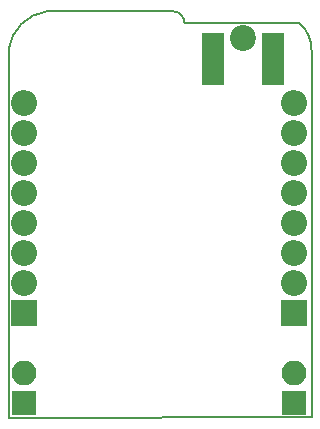
<source format=gbr>
%TF.GenerationSoftware,KiCad,Pcbnew,(5.0.0-3-g5ebb6b6)*%
%TF.CreationDate,2018-10-14T10:55:47+02:00*%
%TF.ProjectId,BricoLabs_ESP8266_LoRa_shield,427269636F4C6162735F455350383236,rev?*%
%TF.SameCoordinates,Original*%
%TF.FileFunction,Soldermask,Bot*%
%TF.FilePolarity,Negative*%
%FSLAX46Y46*%
G04 Gerber Fmt 4.6, Leading zero omitted, Abs format (unit mm)*
G04 Created by KiCad (PCBNEW (5.0.0-3-g5ebb6b6)) date Sunday, 14 de October de 2018, 10:55:47*
%MOMM*%
%LPD*%
G01*
G04 APERTURE LIST*
%ADD10C,0.150000*%
%ADD11R,1.924000X4.464000*%
%ADD12C,2.200000*%
%ADD13O,2.100000X2.100000*%
%ADD14R,2.100000X2.100000*%
%ADD15R,2.200000X2.200000*%
%ADD16O,2.200000X2.200000*%
G04 APERTURE END LIST*
D10*
X140878600Y-80062000D02*
G75*
G02X141878600Y-81062000I0J-1000000D01*
G01*
X151620379Y-81068606D02*
G75*
G02X152628600Y-83312000I-1991779J-2243394D01*
G01*
X140878600Y-80062000D02*
X130225800Y-80060800D01*
X152628600Y-114452400D02*
X152628600Y-83312000D01*
X126976364Y-83308794D02*
G75*
G02X130225800Y-80060800I3779835J-532077D01*
G01*
X151628600Y-81062000D02*
X141878600Y-81062000D01*
X127027671Y-114490707D02*
X126974600Y-83312000D01*
X127027671Y-114490707D02*
X152628600Y-114452400D01*
D11*
X144257671Y-84132707D03*
X149337671Y-84132707D03*
D12*
X146797671Y-82350707D03*
D13*
X128297671Y-110680707D03*
D14*
X128297671Y-113220707D03*
X151157671Y-113220707D03*
D13*
X151157671Y-110680707D03*
D15*
X151157671Y-105600707D03*
D16*
X151157671Y-103060707D03*
X151157671Y-100520707D03*
X151157671Y-97980707D03*
X151157671Y-95440707D03*
X151157671Y-92900707D03*
X151157671Y-90360707D03*
X151157671Y-87820707D03*
D15*
X128297671Y-105600707D03*
D16*
X128297671Y-103060707D03*
X128297671Y-100520707D03*
X128297671Y-97980707D03*
X128297671Y-95440707D03*
X128297671Y-92900707D03*
X128297671Y-90360707D03*
X128297671Y-87820707D03*
M02*

</source>
